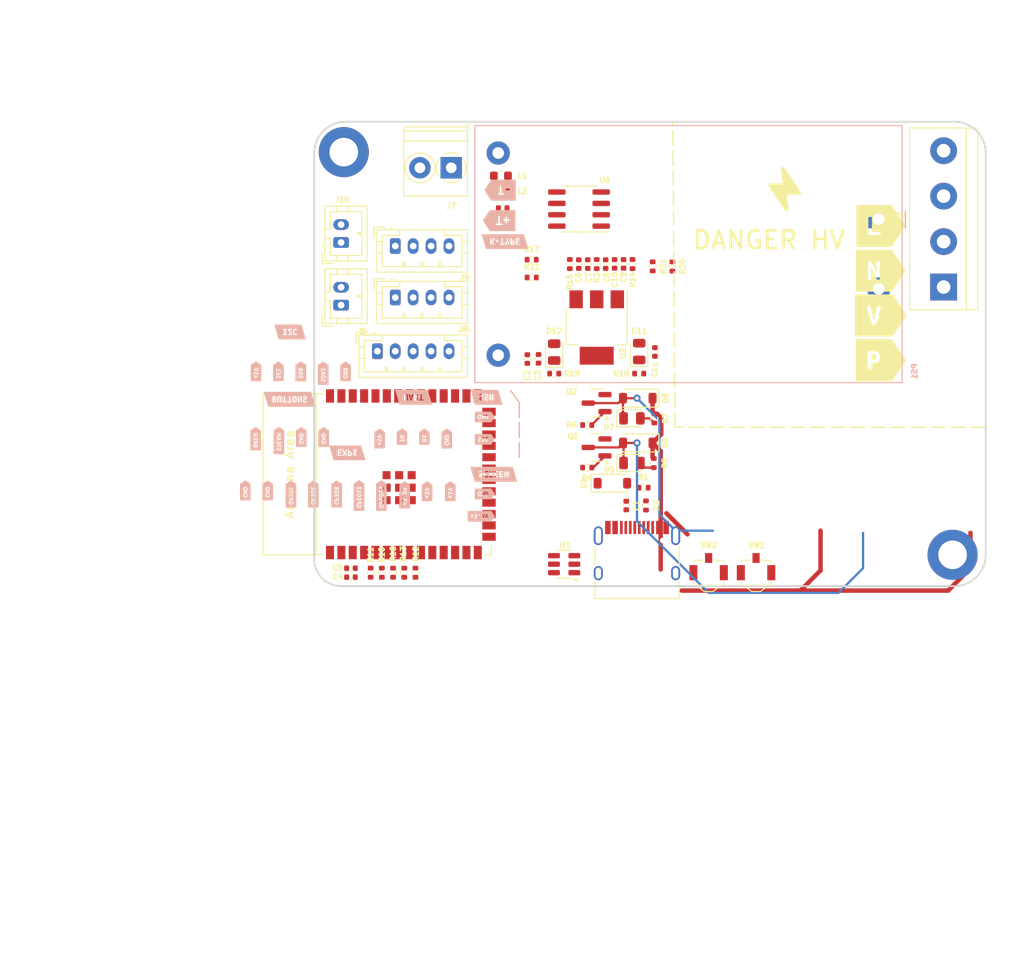
<source format=kicad_pcb>
(kicad_pcb (version 20240108) (generator "pcbnew") (generator_version "8.0")
  (title_block (title "Gaggimate Controller PCB") (date "2024-11-24") (rev "1.0"))
  (layers (0 "F.Cu" signal) (31 "B.Cu" signal) (34 "B.Paste" user) (35 "F.Paste" user) (36 "B.SilkS" user "B.Silkscreen") (37 "F.SilkS" user "F.Silkscreen") (38 "B.Mask" user) (39 "F.Mask" user) (44 "Edge.Cuts" user))
  (net 0 "")
  (net 1 "+5V")
  (net 2 "Net-(D1-A)")
  (net 3 "GND")
  (net 4 "Net-(J1-CC1)")
  (net 5 "/USB_DP")
  (net 7 "Net-(J1-CC2)")
  (net 9 "LINE")
  (net 10 "NEUT")
  (net 11 "/LINE_PUMP")
  (net 12 "/LINE_VALVE")
  (net 13 "+3.3V")
  (net 14 "/CHIP_PU")
  (net 15 "/SPI_MISO")
  (net 16 "/SPI_MOSI")
  (net 17 "/SPI_CLK")
  (net 18 "/MAX_CS")
  (net 19 "/SCL")
  (net 20 "/SDA")
  (net 21 "/RELAY_PUMP")
  (net 24 "/RELAY_VALVE")
  (net 25 "/RELAY_GRINDER")
  (net 26 "/GPIO12")
  (net 27 "/GPIO13")
  (net 28 "/SSR")
  (net 29 "/VERSION_EN")
  (net 30 "/GPIO42")
  (net 31 "/GPIO47")
  (net 33 "/BOOT")
  (net 37 "/SDA2")
  (net 38 "/GPIO21")
  (net 39 "/VERSION_SENSE")
  (net 40 "/UART_RX0")
  (net 41 "/UART_TX0")
  (net 42 "/GPIO2")
  (net 43 "/GPIO1")
  (net 44 "Net-(D5-A)")
  (net 45 "Net-(D7-A)")
  (net 46 "Net-(D5-K)")
  (net 47 "Net-(Q1-B)")
  (net 48 "Net-(Q2-B)")
  (net 49 "/USB_DN")
  (net 50 "/GPIO8")
  (net 51 "Net-(J7-Pin_1)")
  (net 52 "Net-(J7-Pin_2)")
  (net 53 "Net-(U6-T+)")
  (net 54 "Net-(U6-T-)")
  (net 55 "Net-(D11-K)")
  (net 56 "Net-(D12-K)")
  (net 57 "Net-(D7-K)")
  (net 58 "/BTN_BREW")
  (net 59 "/BTN_STEAM")
  (net 60 "/GPIO16")
  (net 61 "/GPIO15")
  (net 62 "/USB_UF_DP")
  (net 63 "/USB_UF_DN")
  (footprint "Button_Switch_SMD:SW_SPST_B3U-3100P-B" (layer "F.Cu") (at 221.05 75.68 180)
    (property "Reference" "SW1")
    (property "Value" "SW_Push" (hide yes))
  )
  (footprint "Connector_JST:JST_PH_B2B-PH-K_1x02_P2.00mm_Vertical" (layer "F.Cu") (at 174.7 39.6 90)
    (property "Reference" "J10")
    (property "Value" "Conn_01x02" (hide yes))
  )
  (footprint "Capacitor_SMD:C_0402_1005Metric" (layer "F.Cu") (at 196.75 52.6 -90)
    (property "Reference" "C3")
    (property "Value" "0.1uF" (hide yes))
  )
  (footprint "PCM_Espressif:ESP32-S3-WROOM-1" (layer "F.Cu") (at 181.72 65.5 90)
    (property "Reference" "U1")
    (property "Value" "ESP32-S3-WROOM-1" (hide yes))
  )
  (footprint "Button_Switch_SMD:SW_SPST_B3U-3100P-B" (layer "F.Cu") (at 215.75 75.68 180)
    (property "Reference" "SW2")
    (property "Value" "SW_Push" (hide yes))
  )
  (footprint "Resistor_SMD:R_0402_1005Metric" (layer "F.Cu") (at 179.25 76.5 90)
    (property "Reference" "R10")
    (property "Value" "10K" (hide yes))
  )
  (footprint "Resistor_SMD:R_0402_1005Metric" (layer "F.Cu") (at 183 76.5 90)
    (property "Reference" "R12")
    (property "Value" "10K" (hide yes))
  )
  (footprint "LED_SMD:LED_0805_2012Metric" (layer "F.Cu") (at 198.5 51.85 90)
    (property "Reference" "D12")
    (property "Value" "LED" (hide yes))
  )
  (footprint "LED_SMD:LED_0805_2012Metric" (layer "F.Cu") (at 207.1875 64.25)
    (property "Reference" "D5")
    (property "Value" "LED" (hide yes))
  )
  (footprint "kibuzzard-6735A9FB" (layer "F.Cu") (at 235 42.75)
    (property "Reference" "kibuzzard-6735A9FB" (hide yes))
    (property "Value" "G***" (hide yes))
  )
  (footprint "Capacitor_SMD:C_0402_1005Metric" (layer "F.Cu") (at 209.75 51.83 -90)
    (property "Reference" "C11")
    (property "Value" "1uF" (hide yes))
  )
  (footprint "kibuzzard-6732279D" (layer "F.Cu") (at 235 52.75)
    (property "Reference" "kibuzzard-6732279D" (hide yes))
    (property "Value" "G***" (hide yes))
  )
  (footprint "Connector_JST:JST_PH_B4B-PH-K_1x04_P2.00mm_Vertical" (layer "F.Cu") (at 180.75 40)
    (property "Reference" "J9")
    (property "Value" "Conn_01x04" (hide yes))
  )
  (footprint "Package_TO_SOT_SMD:SOT-23-6" (layer "F.Cu") (at 199.6125 75.55 180)
    (property "Reference" "U3")
    (property "Value" "USBLC6-2SC6" (hide yes))
  )
  (footprint "kibuzzard-6735A9F6" (layer "F.Cu") (at 235 37.75)
    (property "Reference" "kibuzzard-6735A9F6" (hide yes))
    (property "Value" "G***" (hide yes))
  )
  (footprint "Connector_JST:JST_PH_B5B-PH-K_1x05_P2.00mm_Vertical" (layer "F.Cu") (at 178.75 51.75)
    (property "Reference" "J5")
    (property "Value" "Conn_01x05" (hide yes))
  )
  (footprint "Package_TO_SOT_SMD:SOT-23" (layer "F.Cu") (at 203.2375 57.55 180)
    (property "Reference" "Q2")
    (property "Value" "MMBT2222A" (hide yes))
  )
  (footprint "MountingHole:MountingHole_3.2mm_M3_DIN965_Pad_TopBottom" (layer "F.Cu") (at 175 29.5)
    (property "Reference" "H1" (hide yes))
    (property "Value" "MountingHole_Pad" (hide yes))
  )
  (footprint "Diode_SMD:D_SOD-123" (layer "F.Cu") (at 205 66.5)
    (property "Reference" "D1")
    (property "Value" "1N5819" (hide yes))
  )
  (footprint "Capacitor_SMD:C_0402_1005Metric" (layer "F.Cu") (at 206.25 41.99 90)
    (property "Reference" "C9")
    (property "Value" "0.1uF" (hide yes))
  )
  (footprint "Resistor_SMD:R_0402_1005Metric" (layer "F.Cu") (at 198.5 54.25)
    (property "Reference" "R19")
    (property "Value" "150R" (hide yes))
  )
  (footprint "Resistor_SMD:R_0402_1005Metric" (layer "F.Cu") (at 209.6875 59.26 90)
    (property "Reference" "R7")
    (property "Value" "150R" (hide yes))
  )
  (footprint "Resistor_SMD:R_0402_1005Metric" (layer "F.Cu") (at 202.1875 64.75 180)
    (property "Reference" "R4")
    (property "Value" "1K" (hide yes))
  )
  (footprint "Resistor_SMD:R_0402_1005Metric" (layer "F.Cu") (at 200.25 42.01 -90)
    (property "Reference" "R15")
    (property "Value" "10K" (hide yes))
  )
  (footprint "TerminalBlock_Phoenix:TerminalBlock_Phoenix_PT-1,5-2-3.5-H_1x02_P3.50mm_Horizontal" (layer "F.Cu") (at 187 31.25 180)
    (property "Reference" "J7")
    (property "Value" "Conn_01x02" (hide yes))
  )
  (footprint "Diode_SMD:D_SOD-123" (layer "F.Cu") (at 207.8375 57 180)
    (property "Reference" "D8")
    (property "Value" "1N4148W" (hide yes))
  )
  (footprint "Resistor_SMD:R_0402_1005Metric" (layer "F.Cu") (at 195.99 43.51)
    (property "Reference" "R22")
    (property "Value" "68K" (hide yes))
  )
  (footprint "Package_SO:SOIC-8_3.9x4.9mm_P1.27mm" (layer "F.Cu") (at 201.275 35.865 180)
    (property "Reference" "U6")
    (property "Value" "MAX31855EASA" (hide yes))
  )
  (footprint "Connector_JST:JST_PH_B4B-PH-K_1x04_P2.00mm_Vertical" (layer "F.Cu") (at 180.75 45.75)
    (property "Reference" "J4")
    (property "Value" "Conn_01x04" (hide yes))
  )
  (footprint "Resistor_SMD:R_0402_1005Metric" (layer "F.Cu") (at 207.25 42.01 -90)
    (property "Reference" "R14")
    (property "Value" "10K" (hide yes))
  )
  (footprint "LED_SMD:LED_0805_2012Metric" (layer "F.Cu") (at 208 51.7875 90)
    (property "Reference" "D11")
    (property "Value" "LED" (hide yes))
  )
  (footprint "Capacitor_SMD:C_0402_1005Metric" (layer "F.Cu") (at 205.25 41.99 90)
    (property "Reference" "C10")
    (property "Value" "0.1uF" (hide yes))
  )
  (footprint "MountingHole:MountingHole_3.2mm_M3_DIN965_Pad_TopBottom" (layer "F.Cu") (at 243 74.5)
    (property "Reference" "H1" (hide yes))
    (property "Value" "MountingHole_Pad" (hide yes))
  )
  (footprint "Package_TO_SOT_SMD:SOT-23" (layer "F.Cu") (at 203.2375 62.5 180)
    (property "Reference" "Q1")
    (property "Value" "MMBT2222A" (hide yes))
  )
  (footprint "Resistor_SMD:R_0402_1005Metric" (layer "F.Cu") (at 202.1875 60 180)
    (property "Reference" "R6")
    (property "Value" "1K" (hide yes))
  )
  (footprint "Capacitor_SMD:C_0402_1005Metric" (layer "F.Cu") (at 206.55 68.99 -90)
    (property "Reference" "C1")
    (property "Value" "10uF" (hide yes))
  )
  (footprint "Connector_USB:USB_C_Receptacle_HRO_TYPE-C-31-M-12" (layer "F.Cu") (at 207.75 75.5)
    (property "Reference" "J1" (hide yes))
    (property "Value" "USB_C_Receptacle" (hide yes))
  )
  (footprint "Capacitor_SMD:C_0402_1005Metric" (layer "F.Cu") (at 201.25 42.01 -90)
    (property "Reference" "C6")
    (property "Value" "10uF" (hide yes))
  )
  (footprint "Resistor_SMD:R_0402_1005Metric" (layer "F.Cu") (at 181.75 76.5 90)
    (property "Reference" "R13")
    (property "Value" "10K" (hide yes))
  )
  (footprint "Capacitor_SMD:C_0402_1005Metric" (layer "F.Cu") (at 175.8 77 180)
    (property "Reference" "C4")
    (property "Value" "22uF" (hide yes))
  )
  (footprint "Resistor_SMD:R_0402_1005Metric" (layer "F.Cu") (at 208.49 67)
    (property "Reference" "R1")
    (property "Value" "5.1K" (hide yes))
  )
  (footprint "Inductor_SMD:L_0603_1608Metric" (layer "F.Cu") (at 192.55 33.85)
    (property "Reference" "L2")
    (property "Value" "470R" (hide yes))
  )
  (footprint "Resistor_SMD:R_0402_1005Metric" (layer "F.Cu") (at 178 76.5 90)
    (property "Reference" "R11")
    (property "Value" "10K" (hide yes))
  )
  (footprint "Resistor_SMD:R_0402_1005Metric" (layer "F.Cu") (at 180.5 76.5 90)
    (property "Reference" "R16")
    (property "Value" "10K" (hide yes))
  )
  (footprint "Connector_JST:JST_PH_B2B-PH-K_1x02_P2.00mm_Vertical" (layer "F.Cu") (at 174.7 46.6 90)
    (property "Reference" "J8")
    (property "Value" "Conn_01x02" (hide yes))
  )
  (footprint "Resistor_SMD:R_0402_1005Metric" (layer "F.Cu") (at 209.5 42.27 -90)
    (property "Reference" "R21")
    (property "Value" "10K" (hide yes))
  )
  (footprint "Resistor_SMD:R_0402_1005Metric" (layer "F.Cu") (at 211.7 42.2825 -90)
    (property "Reference" "R20")
    (property "Value" "10K" (hide yes))
  )
  (footprint "Resistor_SMD:R_0402_1005Metric" (layer "F.Cu") (at 208.75 68.99 -90)
    (property "Reference" "R2")
    (property "Value" "5.1K" (hide yes))
  )
  (footprint "Resistor_SMD:R_0402_1005Metric" (layer "F.Cu") (at 195.99 41.52)
    (property "Reference" "R17")
    (property "Value" "1K" (hide yes))
  )
  (footprint "Capacitor_SMD:C_0402_1005Metric" (layer "F.Cu") (at 195.5 52.62 -90)
    (property "Reference" "C2")
    (property "Value" "10uF" (hide yes))
  )
  (footprint "Capacitor_SMD:C_0402_1005Metric" (layer "F.Cu") (at 204.25 42.01 90)
    (property "Reference" "C8")
    (property "Value" "1uF" (hide yes))
  )
  (footprint "LED_SMD:LED_0805_2012Metric" (layer "F.Cu") (at 207.1875 59.25)
    (property "Reference" "D7")
    (property "Value" "LED" (hide yes))
  )
  (footprint "TerminalBlock:TerminalBlock_bornier-4_P5.08mm" (layer "F.Cu") (at 242 44.58 90)
    (property "Reference" "J2")
    (property "Value" "Conn_01x04")
  )
  (footprint "Capacitor_SMD:C_0402_1005Metric" (layer "F.Cu") (at 175.8 76 180)
    (property "Reference" "C5")
    (property "Value" "0.1uF" (hide yes))
  )
  (footprint "Capacitor_SMD:C_0402_1005Metric" (layer "F.Cu") (at 202.25 42.01 -90)
    (property "Reference" "C7")
    (property "Value" "0.1uF" (hide yes))
  )
  (footprint "Package_TO_SOT_SMD:SOT-223-3_TabPin2" (layer "F.Cu") (at 203.25 49.1 -90)
    (property "Reference" "U2")
    (property "Value" "AMS1117-3.3" (hide yes))
  )
  (footprint "Resistor_SMD:R_0402_1005Metric" (layer "F.Cu") (at 209.625 64.25 90)
    (property "Reference" "R5")
    (property "Value" "150R" (hide yes))
  )
  (footprint "Resistor_SMD:R_0402_1005Metric" (layer "F.Cu") (at 203.25 42.01 -90)
    (property "Reference" "R3")
    (property "Value" "10K" (hide yes))
  )
  (footprint "Diode_SMD:D_SOD-123" (layer "F.Cu") (at 207.8375 62 180)
    (property "Reference" "D6")
    (property "Value" "1N4148W" (hide yes))
  )
  (footprint "Inductor_SMD:L_0603_1608Metric" (layer "F.Cu") (at 192.55 32.15)
    (property "Reference" "L1")
    (property "Value" "470R" (hide yes))
  )
  (footprint "Resistor_SMD:R_0402_1005Metric" (layer "F.Cu") (at 207.99 54.25 180)
    (property "Reference" "R18")
    (property "Value" "68R" (hide yes))
  )
  (footprint "Capacitor_SMD:C_0402_1005Metric" (layer "F.Cu") (at 192.75 35.75)
    (property "Reference" "C14")
    (property "Value" "10nF" (hide yes))
  )
  (footprint "kibuzzard-6732278E" (layer "F.Cu") (at 235 47.75)
    (property "Reference" "kibuzzard-6732278E" (hide yes))
    (property "Value" "G***" (hide yes))
  )
  (footprint "kibuzzard-6732266F" (layer "B.Cu") (at 169.1 67.7 90)
    (property "Reference" "kibuzzard-6732266F" (hide yes))
    (property "Value" "G***" (hide yes))
  )
  (footprint "kibuzzard-67322650" (layer "B.Cu") (at 186.9 67.4 90)
    (property "Reference" "kibuzzard-67322650" (hide yes))
    (property "Value" "G***" (hide yes))
  )
  (footprint "kibuzzard-67322749" (layer "B.Cu") (at 191.75 65.5)
    (property "Reference" "kibuzzard-67322749" (hide yes))
    (property "Value" "G***" (hide yes))
  )
  (footprint "kibuzzard-67322681" (layer "B.Cu") (at 171.6 67.7 90)
    (property "Reference" "kibuzzard-67322681" (hide yes))
    (property "Value" "G***" (hide yes))
  )
  (footprint "kibuzzard-67322755" (layer "B.Cu") (at 169 49.6)
    (property "Reference" "kibuzzard-67322755" (hide yes))
    (property "Value" "G***" (hide yes))
  )
  (footprint "kibuzzard-673226D2" (layer "B.Cu") (at 190.75 61.6)
    (property "Reference" "kibuzzard-673226D2" (hide yes))
    (property "Value" "G***" (hide yes))
  )
  (footprint "kibuzzard-67322649" (layer "B.Cu") (at 166.5 67.3 90)
    (property "Reference" "kibuzzard-67322649" (hide yes))
    (property "Value" "G***" (hide yes))
  )
  (footprint "kibuzzard-6732270D" (layer "B.Cu") (at 181.5 61.3 90)
    (property "Reference" "kibuzzard-6732270D" (hide yes))
    (property "Value" "G***" (hide yes))
  )
  (footprint "kibuzzard-67322649" (layer "B.Cu") (at 172.75 61.325 90)
    (property "Reference" "kibuzzard-67322649" (hide yes))
    (property "Value" "G***" (hide yes))
  )
  (footprint "kibuzzard-673226BE" (layer "B.Cu") (at 167.75 61.725 90)
    (property "Reference" "kibuzzard-673226BE" (hide yes))
    (property "Value" "G***" (hide yes))
  )
  (footprint "kibuzzard-67322833" (layer "B.Cu") (at 190.95 56.9)
    (property "Reference" "kibuzzard-67322833" (hide yes))
    (property "Value" "G***" (hide yes))
  )
  (footprint "kibuzzard-67426AC2" (layer "B.Cu") (at 172.7 54.2 90)
    (property "Reference" "kibuzzard-67426AC2" (hide yes))
    (property "Value" "G***" (hide yes))
  )
  (footprint "kibuzzard-67322650" (layer "B.Cu") (at 165.2 54 90)
    (property "Reference" "kibuzzard-67322650" (hide yes))
    (property "Value" "G***" (hide yes))
  )
  (footprint "kibuzzard-67322650" (layer "B.Cu") (at 184.3 67.4 90)
    (property "Reference" "kibuzzard-67322650" (hide yes))
    (property "Value" "G***" (hide yes))
  )
  (footprint "kibuzzard-6732277B" (layer "B.Cu") (at 175.4 63.1)
    (property "Reference" "kibuzzard-6732277B" (hide yes))
    (property "Value" "G***" (hide yes))
  )
  (footprint "kibuzzard-67322649" (layer "B.Cu") (at 164 67.3 90)
    (property "Reference" "kibuzzard-67322649" (hide yes))
    (property "Value" "G***" (hide yes))
  )
  (footprint "kibuzzard-67322783" (layer "B.Cu") (at 193 39.5)
    (property "Reference" "kibuzzard-67322783" (hide yes))
    (property "Value" "G***" (hide yes))
  )
  (footprint "kibuzzard-67322575" (layer "B.Cu") (at 192.45 33.75)
    (property "Reference" "kibuzzard-67322575" (hide yes))
    (property "Value" "G***" (hide yes))
  )
  (footprint "kibuzzard-673226A8" (layer "B.Cu") (at 179.2 67.870338 90)
    (property "Reference" "kibuzzard-673226A8" (hide yes))
    (property "Value" "G***" (hide yes))
  )
  (footprint "kibuzzard-67322649" (layer "B.Cu") (at 190.75 59.1)
    (property "Reference" "kibuzzard-67322649" (hide yes))
    (property "Value" "G***" (hide yes))
  )
  (footprint "kibuzzard-67322686" (layer "B.Cu") (at 174.2 67.7 90)
    (property "Reference" "kibuzzard-67322686" (hide yes))
    (property "Value" "G***" (hide yes))
  )
  (footprint "Converter_ACDC:Converter_ACDC_HiLink_HLK-10Mxx" (layer "B.Cu") (at 234.75 37 180)
    (property "Reference" "PS1")
    (property "Value" "HLK-10M05" (hide yes))
  )
  (footprint "kibuzzard-67322649" (layer "B.Cu") (at 186.5 61.5 90)
    (property "Reference" "kibuzzard-67322649" (hide yes))
    (property "Value" "G***" (hide yes))
  )
  (footprint "kibuzzard-673226A0" (layer "B.Cu") (at 176.7 67.870338 90)
    (property "Reference" "kibuzzard-673226A0" (hide yes))
    (property "Value" "G***" (hide yes))
  )
  (footprint "kibuzzard-67322714" (layer "B.Cu") (at 184 61.3 90)
    (property "Reference" "kibuzzard-67322714" (hide yes))
    (property "Value" "G***" (hide yes))
  )
  (footprint "kibuzzard-67322649" (layer "B.Cu") (at 190.75 67.7)
    (property "Reference" "kibuzzard-67322649" (hide yes))
    (property "Value" "G***" (hide yes))
  )
  (footprint "kibuzzard-67322768" (layer "B.Cu") (at 168.95 57.125)
    (property "Reference" "kibuzzard-67322768" (hide yes))
    (property "Value" "G***" (hide yes))
  )
  (footprint "kibuzzard-6732257B" (layer "B.Cu") (at 192.35 37.15)
    (property "Reference" "kibuzzard-6732257B" (hide yes))
    (property "Value" "G***" (hide yes))
  )
  (footprint "kibuzzard-673226B7" (layer "B.Cu") (at 165.15 61.525 90)
    (property "Reference" "kibuzzard-673226B7" (hide yes))
    (property "Value" "G***" (hide yes))
  )
  (footprint "kibuzzard-673226AF" (layer "B.Cu") (at 190.35 70.2)
    (property "Reference" "kibuzzard-673226AF" (hide yes))
    (property "Value" "G***" (hide yes))
  )
  (footprint "kibuzzard-673226AF" (layer "B.Cu") (at 181.8 67.8 90)
    (property "Reference" "kibuzzard-673226AF" (hide yes))
    (property "Value" "G***" (hide yes))
  )
  (footprint "kibuzzard-6732261A" (layer "B.Cu") (at 167.7 54 90)
    (property "Reference" "kibuzzard-6732261A" (hide yes))
    (property "Value" "G***" (hide yes))
  )
  (footprint "kibuzzard-6732274F" (layer "B.Cu") (at 182.8 56.9)
    (property "Reference" "kibuzzard-6732274F" (hide yes))
    (property "Value" "G***" (hide yes))
  )
  (footprint "kibuzzard-67322655" (layer "B.Cu") (at 170.2 54 90)
    (property "Reference" "kibuzzard-67322655" (hide yes))
    (property "Value" "G***" (hide yes))
  )
  (footprint "kibuzzard-67322649" (layer "B.Cu") (at 175.2 54 90)
    (property "Reference" "kibuzzard-67322649" (hide yes))
    (property "Value" "G***" (hide yes))
  )
  (footprint "kibuzzard-67322650" (layer "B.Cu") (at 179 61.5 90)
    (property "Reference" "kibuzzard-67322650" (hide yes))
    (property "Value" "G***" (hide yes))
  )
  (footprint "kibuzzard-67322649" (layer "B.Cu") (at 170.25 61.325 90)
    (property "Reference" "kibuzzard-67322649" (hide yes))
    (property "Value" "G***" (hide yes))
  )
  (gr_line (start 194.6 57.5) (end 194.6 63.6) (stroke (width 0.15) (type dash)) (layer "B.SilkS"))
  (gr_line (start 194.6 57.5) (end 193.399988 55.800009) (stroke (width 0.15) (type dash)) (layer "B.SilkS"))
  (gr_line (start 246.75 60.25) (end 212 60.25) (stroke (width 0.15) (type dash)) (layer "F.SilkS"))
  (gr_poly (pts (xy 224.037772 31.148933) (xy 224.02845 31.149632) (xy 224.019128 31.150724) (xy 224.009816 31.152211) (xy 224.000527 31.154098) (xy 223.991271 31.156388) (xy 223.98206 31.159085) (xy 223.972905 31.162192) (xy 223.964253 31.165607) (xy 223.955804 31.169348) (xy 223.947564 31.173404) (xy 223.93954 31.177768) (xy 223.931737 31.18243) (xy 223.924161 31.187382) (xy 223.916818 31.192613) (xy 223.909714 31.198116) (xy 223.902855 31.20388) (xy 223.896246 31.209898) (xy 223.889893 31.216159) (xy 223.883803 31.222655) (xy 223.877981 31.229377) (xy 223.872434 31.236316) (xy 223.867166 31.243463) (xy 223.862184 31.250808) (xy 223.857494 31.258343) (xy 223.853101 31.266058) (xy 223.849012 31.273945) (xy 223.845232 31.281995) (xy 223.841768 31.290198) (xy 223.838625 31.298545) (xy 223.835809 31.307028) (xy 223.833325 31.315637) (xy 223.831181 31.324363) (xy 223.829381 31.333198) (xy 223.827932 31.342131) (xy 223.826839 31.351155) (xy 223.826109 31.36026) (xy 223.825746 31.369437) (xy 223.825758 31.378676) (xy 223.82615 31.38797) (xy 223.999999 33.000024) (xy 222.670167 33.000024) (xy 222.654582 33.000537) (xy 222.6392 33.002105) (xy 222.624067 33.004702) (xy 222.609229 33.008301) (xy 222.594729 33.012874) (xy 222.580613 33.018394) (xy 222.566926 33.024835) (xy 222.553714 33.032169) (xy 222.541022 33.040369) (xy 222.528894 33.049408) (xy 222.517375 33.059259) (xy 222.506511 33.069896) (xy 222.496347 33.08129) (xy 222.486928 33.093416) (xy 222.478299 33.106245) (xy 222.470505 33.119752) (xy 222.463659 33.133762) (xy 222.45784 33.148087) (xy 222.453047 33.162674) (xy 222.449276 33.17747) (xy 222.446525 33.192423) (xy 222.444791 33.20748) (xy 222.444071 33.222589) (xy 222.444363 33.237697) (xy 222.445663 33.252752) (xy 222.447969 33.267702) (xy 222.451278 33.282493) (xy 222.455587 33.297073) (xy 222.460894 33.31139) (xy 222.467195 33.325392) (xy 222.474489 33.339025) (xy 222.482772 33.352237) (xy 224.264159 36.016415) (xy 224.272369 36.027785) (xy 224.281205 36.038552) (xy 224.290634 36.048697) (xy 224.30062 36.058202) (xy 224.311131 36.067049) (xy 224.322131 36.075219) (xy 224.333587 36.082696) (xy 224.345465 36.08946) (xy 224.357729 36.095494) (xy 224.370347 36.100779) (xy 224.383284 36.105298) (xy 224.396505 36.109032) (xy 224.409977 36.111963) (xy 224.423665 36.114073) (xy 224.437536 36.115343) (xy 224.451554 36.115757) (xy 224.45646 36.115698) (xy 224.46136 36.115532) (xy 224.466251 36.11526) (xy 224.471132 36.114883) (xy 224.476002 36.1144) (xy 224.480859 36.113812) (xy 224.4857 36.113119) (xy 224.490525 36.112321) (xy 224.495332 36.111419) (xy 224.500118 36.110413) (xy 224.504882 36.109304) (xy 224.509624 36.10809) (xy 224.514339 36.106774) (xy 224.519028 36.105355) (xy 224.523688 36.103834) (xy 224.528318 36.10221) (xy 224.537368 36.098676) (xy 224.546193 36.094789) (xy 224.554789 36.090558) (xy 224.563147 36.085994) (xy 224.571263 36.081108) (xy 224.579129 36.075909) (xy 224.58674 36.070409) (xy 224.594088 36.064617) (xy 224.601167 36.058545) (xy 224.607972 36.052201) (xy 224.614495 36.045597) (xy 224.62073 36.038743) (xy 224.62667 36.03165) (xy 224.63231 36.024327) (xy 224.637643 36.016786) (xy 224.642661 36.009036) (xy 224.64736 36.001088) (xy 224.651733 35.992952) (xy 224.655772 35.984639) (xy 224.659473 35.976159) (xy 224.662827 35.967522) (xy 224.66583 35.958739) (xy 224.668473 35.94982) (xy 224.670752 35.940775) (xy 224.67266 35.931615) (xy 224.674189 35.922351) (xy 224.675335 35.912992) (xy 224.67609 35.903549) (xy 224.676447 35.894032) (xy 224.676402 35.884452) (xy 224.675946 35.874819) (xy 224.675074 35.865143) (xy 224.501225 34.264379) (xy 225.831056 34.264379) (xy 225.846642 34.263866) (xy 225.862023 34.262297) (xy 225.877156 34.2597) (xy 225.891995 34.256101) (xy 225.906495 34.251529) (xy 225.920611 34.246008) (xy 225.934297 34.239568) (xy 225.947509 34.232234) (xy 225.960202 34.224034) (xy 225.97233 34.214995) (xy 225.983848 34.205143) (xy 225.994712 34.194507) (xy 226.004876 34.183112) (xy 226.014295 34.170987) (xy 226.022924 34.158157) (xy 226.030718 34.144651) (xy 226.037565 34.13064) (xy 226.043383 34.116315) (xy 226.048176 34.101729) (xy 226.051947 34.086933) (xy 226.054698 34.07198) (xy 226.056432 34.056922) (xy 226.057152 34.041813) (xy 226.056861 34.026705) (xy 226.055561 34.01165) (xy 226.053255 33.996701) (xy 226.049946 33.98191) (xy 226.045637 33.967329) (xy 226.04033 33.953012) (xy 226.034028 33.939011) (xy 226.026735 33.925378) (xy 226.018452 33.912166) (xy 224.237065 31.247988) (xy 224.231483 31.240094) (xy 224.225615 31.2325) (xy 224.219471 31.225208) (xy 224.213063 31.218223) (xy 224.206402 31.211548) (xy 224.1995 31.205187) (xy 224.192369 31.199144) (xy 224.185019 31.193422) (xy 224.177463 31.188026) (xy 224.169711 31.182958) (xy 224.161775 31.178223) (xy 224.153667 31.173824) (xy 224.145398 31.169765) (xy 224.136979 31.16605) (xy 224.128422 31.162682) (xy 224.119738 31.159666) (xy 224.110939 31.157004) (xy 224.102037 31.154701) (xy 224.093041 31.152761) (xy 224.083965 31.151186) (xy 224.07482 31.149981) (xy 224.065616 31.149149) (xy 224.056366 31.148695) (xy 224.047081 31.148622)) (stroke (width -0.000001)) (fill solid) (layer "F.SilkS"))
  (gr_line (start 212 60.25) (end 211.75 26.15) (stroke (width 0.15) (type dash)) (layer "F.SilkS"))
  (gr_arc (start 246.7 74.5) (mid 245.674874 76.974874) (end 243.2 78) (stroke (width 0.2)) (layer "Edge.Cuts"))
  (gr_line (start 171.7 29.6) (end 171.7 75) (stroke (width 0.2)) (layer "Edge.Cuts"))
  (gr_arc (start 174.7 78) (mid 172.57868 77.12132) (end 171.7 75) (stroke (width 0.2)) (layer "Edge.Cuts"))
  (gr_line (start 246.7 74.5) (end 246.7 29.6) (stroke (width 0.2)) (layer "Edge.Cuts"))
  (gr_line (start 174.7 78) (end 243.2 78) (stroke (width 0.2)) (layer "Edge.Cuts"))
  (gr_arc (start 243.2 26.1) (mid 245.674873 27.125126) (end 246.7 29.6) (stroke (width 0.2)) (layer "Edge.Cuts"))
  (gr_arc (start 171.7 29.6) (mid 172.725126 27.125126) (end 175.2 26.1) (stroke (width 0.2)) (layer "Edge.Cuts"))
  (gr_line (start 243.2 26.1) (end 175.2 26.1) (stroke (width 0.2)) (layer "Edge.Cuts"))
  (gr_text "DANGER HV" (at 222.5 40.5 0) (layer "F.SilkS") (effects (font (size 2 2) (thickness 0.3)) (justify bottom)))
  (segment (start 210.395 62.9075) (end 210.395 76.145) (width 0.5) (layer "F.Cu") (net 1))
  (segment (start 209.4875 62) (end 210.395 62.9075) (width 0.5) (layer "F.Cu") (net 1))
  (segment (start 211.035 69.855) (end 213.39 72.21) (width 0.5) (layer "F.Cu") (net 1))
  (segment (start 209.4875 57) (end 209.4875 58.55) (width 0.5) (layer "F.Cu") (net 1))
  (segment (start 210.007499 58.75) (end 210.4575 59.200001) (width 0.5) (layer "F.Cu") (net 1))
  (segment (start 210.4575 59.200001) (end 210.4575 61.03) (width 0.5) (layer "F.Cu") (net 1))
  (segment (start 209.4875 63.6025) (end 209.625 63.74) (width 0.5) (layer "F.Cu") (net 1))
  (segment (start 209.4875 62) (end 209.4875 63.6025) (width 0.5) (layer "F.Cu") (net 1))
  (segment (start 210.4575 61.03) (end 209.4875 62) (width 0.5) (layer "F.Cu") (net 1))
  (segment (start 209.4875 58.55) (end 209.6875 58.75) (width 0.5) (layer "F.Cu") (net 1))
  (segment (start 209.6875 58.75) (end 210.007499 58.75) (width 0.5) (layer "F.Cu") (net 1))
  (segment (start 245 76) (end 242.5 78.5) (width 0.5) (layer "F.Cu") (net 3))
  (segment (start 212.75 78.5) (end 225.5 78.5) (width 0.5) (layer "F.Cu") (net 3))
  (segment (start 245 72.05) (end 245 76) (width 0.5) (layer "F.Cu") (net 3))
  (segment (start 225.5 78.5) (end 226 78.5) (width 0.5) (layer "F.Cu") (net 3))
  (segment (start 226 78.5) (end 228.25 76.25) (width 0.5) (layer "F.Cu") (net 3))
  (segment (start 242.5 78.5) (end 225.5 78.5) (width 0.5) (layer "F.Cu") (net 3))
  (segment (start 228.25 76.25) (end 228.25 71.8) (width 0.5) (layer "F.Cu") (net 3))
  (segment (start 209.625 64.76) (end 208.635 64.76) (width 0.25) (layer "F.Cu") (net 44))
  (segment (start 208.635 64.76) (end 208.125 64.25) (width 0.25) (layer "F.Cu") (net 44))
  (segment (start 209.1675 59.25) (end 209.6875 59.77) (width 0.25) (layer "F.Cu") (net 45))
  (segment (start 208.125 59.25) (end 209.1675 59.25) (width 0.25) (layer "F.Cu") (net 45))
  (segment (start 206.1875 62) (end 205.6875 62.5) (width 0.25) (layer "F.Cu") (net 46))
  (segment (start 206.25 64.25) (end 206.25 62.0625) (width 0.25) (layer "F.Cu") (net 46))
  (segment (start 207.75 62) (end 208 62) (width 0.25) (layer "F.Cu") (net 46))
  (segment (start 206.1875 62) (end 207.75 62) (width 0.25) (layer "F.Cu") (net 46))
  (segment (start 206.25 62.0625) (end 206.1875 62) (width 0.25) (layer "F.Cu") (net 46))
  (segment (start 205.6875 62.5) (end 202.3 62.5) (width 0.25) (layer "F.Cu") (net 46))
  (via (at 207.75 62) (size 0.8) (drill 0.4) (layers "F.Cu" "B.Cu") (net 46))
  (segment (start 215.75 78.75) (end 230.25 78.75) (width 0.25) (layer "B.Cu") (net 46))
  (segment (start 230.25 78.75) (end 233 76) (width 0.25) (layer "B.Cu") (net 46))
  (segment (start 207.75 62) (end 207.75 70.75) (width 0.25) (layer "B.Cu") (net 46))
  (segment (start 233 76) (end 233 72.05) (width 0.25) (layer "B.Cu") (net 46))
  (segment (start 207.75 70.75) (end 215.75 78.75) (width 0.25) (layer "B.Cu") (net 46))
  (segment (start 202.6975 64.75) (end 202.875 64.75) (width 0.25) (layer "F.Cu") (net 47))
  (segment (start 202.875 64.75) (end 204.175 63.45) (width 0.25) (layer "F.Cu") (net 47))
  (segment (start 202.6975 60) (end 202.6975 59.9775) (width 0.25) (layer "F.Cu") (net 48))
  (segment (start 202.6975 59.9775) (end 204.175 58.5) (width 0.25) (layer "F.Cu") (net 48))
  (segment (start 205.6375 57.55) (end 202.3 57.55) (width 0.25) (layer "F.Cu") (net 57))
  (segment (start 206.1875 59.1875) (end 206.25 59.25) (width 0.25) (layer "F.Cu") (net 57))
  (segment (start 206.1875 57) (end 205.6375 57.55) (width 0.25) (layer "F.Cu") (net 57))
  (segment (start 206.1875 57) (end 207.75 57) (width 0.25) (layer "F.Cu") (net 57))
  (segment (start 206.1875 57) (end 206.1875 59.1875) (width 0.25) (layer "F.Cu") (net 57))
  (via (at 207.75 57) (size 0.8) (drill 0.4) (layers "F.Cu" "B.Cu") (net 57))
  (segment (start 207.75 57) (end 210.25 59.5) (width 0.25) (layer "B.Cu") (net 57))
  (segment (start 210.25 59.5) (end 210.25 70) (width 0.25) (layer "B.Cu") (net 57))
  (segment (start 212.05 71.8) (end 216.25 71.8) (width 0.25) (layer "B.Cu") (net 57))
  (segment (start 210.25 70) (end 212.05 71.8) (width 0.25) (layer "B.Cu") (net 57))
)
</source>
